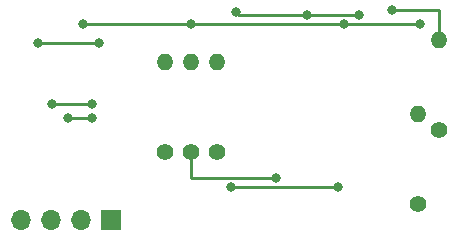
<source format=gbr>
%TF.GenerationSoftware,KiCad,Pcbnew,(6.0.11)*%
%TF.CreationDate,2023-02-10T16:12:38-06:00*%
%TF.ProjectId,leapsd,6c656170-7364-42e6-9b69-6361645f7063,rev?*%
%TF.SameCoordinates,Original*%
%TF.FileFunction,Copper,L2,Bot*%
%TF.FilePolarity,Positive*%
%FSLAX46Y46*%
G04 Gerber Fmt 4.6, Leading zero omitted, Abs format (unit mm)*
G04 Created by KiCad (PCBNEW (6.0.11)) date 2023-02-10 16:12:38*
%MOMM*%
%LPD*%
G01*
G04 APERTURE LIST*
%TA.AperFunction,ComponentPad*%
%ADD10C,1.400000*%
%TD*%
%TA.AperFunction,ComponentPad*%
%ADD11O,1.400000X1.400000*%
%TD*%
%TA.AperFunction,ComponentPad*%
%ADD12R,1.700000X1.700000*%
%TD*%
%TA.AperFunction,ComponentPad*%
%ADD13O,1.700000X1.700000*%
%TD*%
%TA.AperFunction,ViaPad*%
%ADD14C,0.800000*%
%TD*%
%TA.AperFunction,Conductor*%
%ADD15C,0.250000*%
%TD*%
G04 APERTURE END LIST*
D10*
%TO.P,10K,1*%
%TO.N,N/C*%
X197400000Y-60010000D03*
D11*
%TO.P,10K,2*%
X197400000Y-52390000D03*
%TD*%
D12*
%TO.P,UART,1*%
%TO.N,N/C*%
X171400000Y-61425000D03*
D13*
%TO.P,UART,2*%
X168860000Y-61425000D03*
%TO.P,UART,3*%
X166320000Y-61425000D03*
%TO.P,UART,4*%
X163780000Y-61425000D03*
%TD*%
D11*
%TO.P,10K,2*%
%TO.N,N/C*%
X180400000Y-47990000D03*
D10*
%TO.P,10K,1*%
X180400000Y-55610000D03*
%TD*%
%TO.P,300K,1*%
%TO.N,N/C*%
X199200000Y-53800000D03*
D11*
%TO.P,300K,2*%
X199200000Y-46180000D03*
%TD*%
%TO.P,3K,2*%
%TO.N,N/C*%
X176000000Y-47980000D03*
D10*
%TO.P,3K,1*%
X176000000Y-55600000D03*
%TD*%
%TO.P,10K,1*%
%TO.N,N/C*%
X178200000Y-55610000D03*
D11*
%TO.P,10K,2*%
X178200000Y-47990000D03*
%TD*%
D14*
%TO.N,*%
X185400000Y-57800000D03*
X169800000Y-52800000D03*
X170400000Y-46400000D03*
X185400000Y-57800000D03*
X166400000Y-51600000D03*
X169000000Y-44800000D03*
X190600000Y-58600000D03*
X181600000Y-58600000D03*
X178200000Y-44800000D03*
X167800000Y-52800000D03*
X182000000Y-43800000D03*
X197600000Y-44800000D03*
X191100000Y-44800000D03*
X188000000Y-44000000D03*
X165200000Y-46400000D03*
X192400000Y-44000000D03*
X169800000Y-51600000D03*
X195200000Y-43600000D03*
%TD*%
D15*
%TO.N,*%
X178200000Y-57800000D02*
X185400000Y-57800000D01*
X191100000Y-44800000D02*
X197600000Y-44800000D01*
X188000000Y-44000000D02*
X182200000Y-44000000D01*
X182200000Y-44000000D02*
X182000000Y-43800000D01*
X169000000Y-44800000D02*
X178200000Y-44800000D01*
X169800000Y-51600000D02*
X166400000Y-51600000D01*
X169800000Y-52800000D02*
X167800000Y-52800000D01*
X170400000Y-46400000D02*
X165200000Y-46400000D01*
X199200000Y-43600000D02*
X195200000Y-43600000D01*
X189000000Y-44800000D02*
X191100000Y-44800000D01*
X181600000Y-58600000D02*
X190600000Y-58600000D01*
X199200000Y-46180000D02*
X199200000Y-43600000D01*
X178200000Y-44800000D02*
X189000000Y-44800000D01*
X192400000Y-44000000D02*
X188000000Y-44000000D01*
X178200000Y-57800000D02*
X178200000Y-55610000D01*
%TD*%
M02*

</source>
